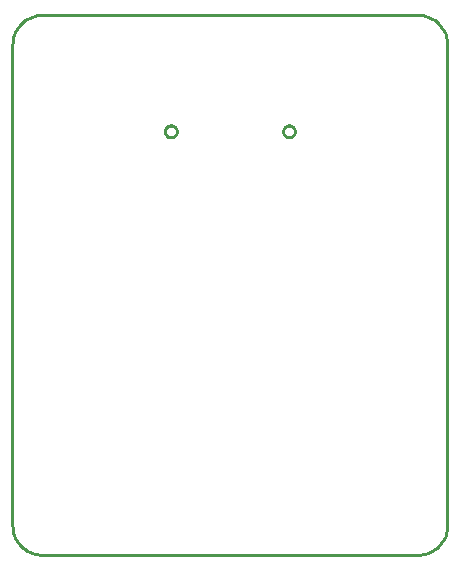
<source format=gbr>
G04 EAGLE Gerber RS-274X export*
G75*
%MOMM*%
%FSLAX34Y34*%
%LPD*%
%IN*%
%IPPOS*%
%AMOC8*
5,1,8,0,0,1.08239X$1,22.5*%
G01*
%ADD10C,0.254000*%


D10*
X-25400Y25400D02*
X-25303Y23186D01*
X-25014Y20989D01*
X-24535Y18826D01*
X-23868Y16713D01*
X-23020Y14666D01*
X-21997Y12700D01*
X-20806Y10831D01*
X-19458Y9073D01*
X-17961Y7440D01*
X-16327Y5942D01*
X-14569Y4594D01*
X-12700Y3403D01*
X-10735Y2380D01*
X-8687Y1532D01*
X-6574Y865D01*
X-4411Y386D01*
X-2214Y97D01*
X0Y0D01*
X317500Y0D01*
X319714Y97D01*
X321911Y386D01*
X324074Y865D01*
X326187Y1532D01*
X328235Y2380D01*
X330200Y3403D01*
X332069Y4594D01*
X333827Y5942D01*
X335461Y7440D01*
X336958Y9073D01*
X338306Y10831D01*
X339497Y12700D01*
X340520Y14666D01*
X341368Y16713D01*
X342035Y18826D01*
X342514Y20989D01*
X342803Y23186D01*
X342900Y25400D01*
X342900Y431800D01*
X342803Y434014D01*
X342514Y436211D01*
X342035Y438374D01*
X341368Y440487D01*
X340520Y442535D01*
X339497Y444500D01*
X338306Y446369D01*
X336958Y448127D01*
X335461Y449761D01*
X333827Y451258D01*
X332069Y452606D01*
X330200Y453797D01*
X328235Y454820D01*
X326187Y455668D01*
X324074Y456335D01*
X321911Y456814D01*
X319714Y457103D01*
X317500Y457200D01*
X0Y457200D01*
X-2214Y457103D01*
X-4411Y456814D01*
X-6574Y456335D01*
X-8687Y455668D01*
X-10735Y454820D01*
X-12700Y453797D01*
X-14569Y452606D01*
X-16327Y451258D01*
X-17961Y449761D01*
X-19458Y448127D01*
X-20806Y446369D01*
X-21997Y444500D01*
X-23020Y442535D01*
X-23868Y440487D01*
X-24535Y438374D01*
X-25014Y436211D01*
X-25303Y434014D01*
X-25400Y431800D01*
X-25400Y25400D01*
X113750Y358881D02*
X113687Y359439D01*
X113562Y359986D01*
X113377Y360516D01*
X113133Y361022D01*
X112834Y361498D01*
X112484Y361937D01*
X112087Y362334D01*
X111648Y362684D01*
X111172Y362983D01*
X110666Y363227D01*
X110136Y363412D01*
X109589Y363537D01*
X109031Y363600D01*
X108469Y363600D01*
X107911Y363537D01*
X107364Y363412D01*
X106834Y363227D01*
X106328Y362983D01*
X105852Y362684D01*
X105413Y362334D01*
X105016Y361937D01*
X104666Y361498D01*
X104367Y361022D01*
X104123Y360516D01*
X103938Y359986D01*
X103813Y359439D01*
X103750Y358881D01*
X103750Y358319D01*
X103813Y357761D01*
X103938Y357214D01*
X104123Y356684D01*
X104367Y356178D01*
X104666Y355702D01*
X105016Y355263D01*
X105413Y354866D01*
X105852Y354516D01*
X106328Y354217D01*
X106834Y353973D01*
X107364Y353788D01*
X107911Y353663D01*
X108469Y353600D01*
X109031Y353600D01*
X109589Y353663D01*
X110136Y353788D01*
X110666Y353973D01*
X111172Y354217D01*
X111648Y354516D01*
X112087Y354866D01*
X112484Y355263D01*
X112834Y355702D01*
X113133Y356178D01*
X113377Y356684D01*
X113562Y357214D01*
X113687Y357761D01*
X113750Y358319D01*
X113750Y358881D01*
X213750Y358881D02*
X213687Y359439D01*
X213562Y359986D01*
X213377Y360516D01*
X213133Y361022D01*
X212834Y361498D01*
X212484Y361937D01*
X212087Y362334D01*
X211648Y362684D01*
X211172Y362983D01*
X210666Y363227D01*
X210136Y363412D01*
X209589Y363537D01*
X209031Y363600D01*
X208469Y363600D01*
X207911Y363537D01*
X207364Y363412D01*
X206834Y363227D01*
X206328Y362983D01*
X205852Y362684D01*
X205413Y362334D01*
X205016Y361937D01*
X204666Y361498D01*
X204367Y361022D01*
X204123Y360516D01*
X203938Y359986D01*
X203813Y359439D01*
X203750Y358881D01*
X203750Y358319D01*
X203813Y357761D01*
X203938Y357214D01*
X204123Y356684D01*
X204367Y356178D01*
X204666Y355702D01*
X205016Y355263D01*
X205413Y354866D01*
X205852Y354516D01*
X206328Y354217D01*
X206834Y353973D01*
X207364Y353788D01*
X207911Y353663D01*
X208469Y353600D01*
X209031Y353600D01*
X209589Y353663D01*
X210136Y353788D01*
X210666Y353973D01*
X211172Y354217D01*
X211648Y354516D01*
X212087Y354866D01*
X212484Y355263D01*
X212834Y355702D01*
X213133Y356178D01*
X213377Y356684D01*
X213562Y357214D01*
X213687Y357761D01*
X213750Y358319D01*
X213750Y358881D01*
M02*

</source>
